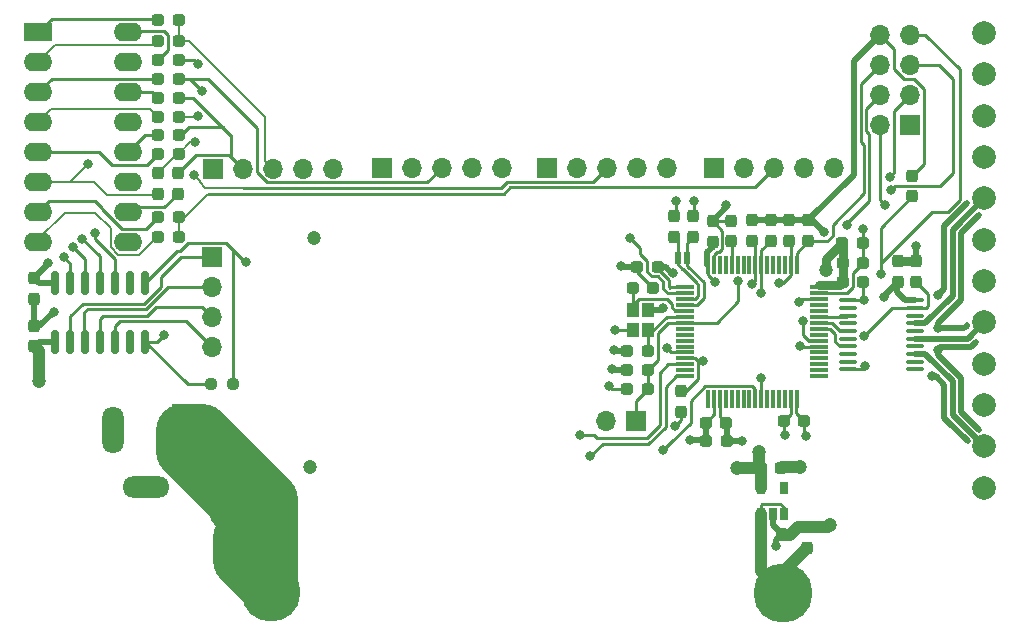
<source format=gtl>
%TF.GenerationSoftware,KiCad,Pcbnew,(6.0.10-0)*%
%TF.CreationDate,2023-01-26T22:23:51-06:00*%
%TF.ProjectId,spudglo_driver_v4p1,73707564-676c-46f5-9f64-72697665725f,rev?*%
%TF.SameCoordinates,Original*%
%TF.FileFunction,Copper,L1,Top*%
%TF.FilePolarity,Positive*%
%FSLAX46Y46*%
G04 Gerber Fmt 4.6, Leading zero omitted, Abs format (unit mm)*
G04 Created by KiCad (PCBNEW (6.0.10-0)) date 2023-01-26 22:23:51*
%MOMM*%
%LPD*%
G01*
G04 APERTURE LIST*
G04 Aperture macros list*
%AMRoundRect*
0 Rectangle with rounded corners*
0 $1 Rounding radius*
0 $2 $3 $4 $5 $6 $7 $8 $9 X,Y pos of 4 corners*
0 Add a 4 corners polygon primitive as box body*
4,1,4,$2,$3,$4,$5,$6,$7,$8,$9,$2,$3,0*
0 Add four circle primitives for the rounded corners*
1,1,$1+$1,$2,$3*
1,1,$1+$1,$4,$5*
1,1,$1+$1,$6,$7*
1,1,$1+$1,$8,$9*
0 Add four rect primitives between the rounded corners*
20,1,$1+$1,$2,$3,$4,$5,0*
20,1,$1+$1,$4,$5,$6,$7,0*
20,1,$1+$1,$6,$7,$8,$9,0*
20,1,$1+$1,$8,$9,$2,$3,0*%
G04 Aperture macros list end*
%TA.AperFunction,SMDPad,CuDef*%
%ADD10RoundRect,0.237500X0.250000X0.237500X-0.250000X0.237500X-0.250000X-0.237500X0.250000X-0.237500X0*%
%TD*%
%TA.AperFunction,SMDPad,CuDef*%
%ADD11RoundRect,0.237500X0.287500X0.237500X-0.287500X0.237500X-0.287500X-0.237500X0.287500X-0.237500X0*%
%TD*%
%TA.AperFunction,SMDPad,CuDef*%
%ADD12RoundRect,0.237500X-0.237500X0.287500X-0.237500X-0.287500X0.237500X-0.287500X0.237500X0.287500X0*%
%TD*%
%TA.AperFunction,ComponentPad*%
%ADD13R,2.400000X1.600000*%
%TD*%
%TA.AperFunction,ComponentPad*%
%ADD14O,2.400000X1.600000*%
%TD*%
%TA.AperFunction,SMDPad,CuDef*%
%ADD15RoundRect,0.150000X0.150000X-0.825000X0.150000X0.825000X-0.150000X0.825000X-0.150000X-0.825000X0*%
%TD*%
%TA.AperFunction,ComponentPad*%
%ADD16R,1.700000X1.700000*%
%TD*%
%TA.AperFunction,ComponentPad*%
%ADD17O,1.700000X1.700000*%
%TD*%
%TA.AperFunction,SMDPad,CuDef*%
%ADD18RoundRect,0.075000X-0.700000X-0.075000X0.700000X-0.075000X0.700000X0.075000X-0.700000X0.075000X0*%
%TD*%
%TA.AperFunction,SMDPad,CuDef*%
%ADD19RoundRect,0.075000X-0.075000X-0.700000X0.075000X-0.700000X0.075000X0.700000X-0.075000X0.700000X0*%
%TD*%
%TA.AperFunction,SMDPad,CuDef*%
%ADD20RoundRect,0.237500X-0.287500X-0.237500X0.287500X-0.237500X0.287500X0.237500X-0.287500X0.237500X0*%
%TD*%
%TA.AperFunction,SMDPad,CuDef*%
%ADD21RoundRect,0.237500X0.237500X-0.287500X0.237500X0.287500X-0.237500X0.287500X-0.237500X-0.287500X0*%
%TD*%
%TA.AperFunction,SMDPad,CuDef*%
%ADD22RoundRect,0.100000X-0.637500X-0.100000X0.637500X-0.100000X0.637500X0.100000X-0.637500X0.100000X0*%
%TD*%
%TA.AperFunction,SMDPad,CuDef*%
%ADD23R,0.575000X1.140000*%
%TD*%
%TA.AperFunction,SMDPad,CuDef*%
%ADD24R,1.000000X1.200000*%
%TD*%
%TA.AperFunction,SMDPad,CuDef*%
%ADD25R,0.650000X1.060000*%
%TD*%
%TA.AperFunction,ComponentPad*%
%ADD26R,1.800000X4.400000*%
%TD*%
%TA.AperFunction,ComponentPad*%
%ADD27O,1.800000X4.000000*%
%TD*%
%TA.AperFunction,ComponentPad*%
%ADD28O,4.000000X1.800000*%
%TD*%
%TA.AperFunction,ComponentPad*%
%ADD29C,5.000000*%
%TD*%
%TA.AperFunction,ComponentPad*%
%ADD30C,2.000000*%
%TD*%
%TA.AperFunction,SMDPad,CuDef*%
%ADD31RoundRect,0.237500X0.237500X-0.300000X0.237500X0.300000X-0.237500X0.300000X-0.237500X-0.300000X0*%
%TD*%
%TA.AperFunction,ViaPad*%
%ADD32C,0.800000*%
%TD*%
%TA.AperFunction,ViaPad*%
%ADD33C,1.200000*%
%TD*%
%TA.AperFunction,Conductor*%
%ADD34C,0.250000*%
%TD*%
%TA.AperFunction,Conductor*%
%ADD35C,1.000000*%
%TD*%
%TA.AperFunction,Conductor*%
%ADD36C,0.500000*%
%TD*%
%TA.AperFunction,Conductor*%
%ADD37C,0.750000*%
%TD*%
%TA.AperFunction,Conductor*%
%ADD38C,0.200000*%
%TD*%
%TA.AperFunction,Conductor*%
%ADD39C,4.500000*%
%TD*%
G04 APERTURE END LIST*
D10*
X140402500Y-113650000D03*
X138577500Y-113650000D03*
D11*
X135828000Y-89433000D03*
X134078000Y-89433000D03*
X135838000Y-92583000D03*
X134088000Y-92583000D03*
D12*
X134050000Y-95800000D03*
X134050000Y-97550000D03*
D13*
X123952000Y-83820000D03*
D14*
X123952000Y-86360000D03*
X123952000Y-88900000D03*
X123952000Y-91440000D03*
X123952000Y-93980000D03*
X123952000Y-96520000D03*
X123952000Y-99060000D03*
X123952000Y-101600000D03*
X131572000Y-101600000D03*
X131572000Y-99060000D03*
X131572000Y-96520000D03*
X131572000Y-93980000D03*
X131572000Y-91440000D03*
X131572000Y-88900000D03*
X131572000Y-86360000D03*
X131572000Y-83820000D03*
D15*
X125349000Y-110044000D03*
X126619000Y-110044000D03*
X127889000Y-110044000D03*
X129159000Y-110044000D03*
X130429000Y-110044000D03*
X131699000Y-110044000D03*
X132969000Y-110044000D03*
X132969000Y-105094000D03*
X131699000Y-105094000D03*
X130429000Y-105094000D03*
X129159000Y-105094000D03*
X127889000Y-105094000D03*
X126619000Y-105094000D03*
X125349000Y-105094000D03*
D12*
X185940000Y-99795000D03*
X185940000Y-101545000D03*
X197940000Y-95995000D03*
X197940000Y-97745000D03*
D16*
X197745400Y-91695400D03*
D17*
X195205400Y-91695400D03*
X197745400Y-89155400D03*
X195205400Y-89155400D03*
X197745400Y-86615400D03*
X195205400Y-86615400D03*
X197745400Y-84075400D03*
X195205400Y-84075400D03*
D18*
X178727500Y-105470000D03*
X178727500Y-105970000D03*
X178727500Y-106470000D03*
X178727500Y-106970000D03*
X178727500Y-107470000D03*
X178727500Y-107970000D03*
X178727500Y-108470000D03*
X178727500Y-108970000D03*
X178727500Y-109470000D03*
X178727500Y-109970000D03*
X178727500Y-110470000D03*
X178727500Y-110970000D03*
X178727500Y-111470000D03*
X178727500Y-111970000D03*
X178727500Y-112470000D03*
X178727500Y-112970000D03*
D19*
X180652500Y-114895000D03*
X181152500Y-114895000D03*
X181652500Y-114895000D03*
X182152500Y-114895000D03*
X182652500Y-114895000D03*
X183152500Y-114895000D03*
X183652500Y-114895000D03*
X184152500Y-114895000D03*
X184652500Y-114895000D03*
X185152500Y-114895000D03*
X185652500Y-114895000D03*
X186152500Y-114895000D03*
X186652500Y-114895000D03*
X187152500Y-114895000D03*
X187652500Y-114895000D03*
X188152500Y-114895000D03*
D18*
X190077500Y-112970000D03*
X190077500Y-112470000D03*
X190077500Y-111970000D03*
X190077500Y-111470000D03*
X190077500Y-110970000D03*
X190077500Y-110470000D03*
X190077500Y-109970000D03*
X190077500Y-109470000D03*
X190077500Y-108970000D03*
X190077500Y-108470000D03*
X190077500Y-107970000D03*
X190077500Y-107470000D03*
X190077500Y-106970000D03*
X190077500Y-106470000D03*
X190077500Y-105970000D03*
X190077500Y-105470000D03*
D19*
X188152500Y-103545000D03*
X187652500Y-103545000D03*
X187152500Y-103545000D03*
X186652500Y-103545000D03*
X186152500Y-103545000D03*
X185652500Y-103545000D03*
X185152500Y-103545000D03*
X184652500Y-103545000D03*
X184152500Y-103545000D03*
X183652500Y-103545000D03*
X183152500Y-103545000D03*
X182652500Y-103545000D03*
X182152500Y-103545000D03*
X181652500Y-103545000D03*
X181152500Y-103545000D03*
X180652500Y-103545000D03*
D16*
X174570000Y-116780000D03*
D17*
X172030000Y-116780000D03*
D12*
X184370000Y-99785000D03*
X184370000Y-101535000D03*
D11*
X135823000Y-91003000D03*
X134073000Y-91003000D03*
D20*
X173809999Y-114050000D03*
X175559999Y-114050000D03*
D21*
X182620000Y-101575000D03*
X182620000Y-99825000D03*
D20*
X134088000Y-94143000D03*
X135838000Y-94143000D03*
D11*
X175560000Y-110830000D03*
X173810000Y-110830000D03*
D20*
X174260000Y-105490000D03*
X176010000Y-105490000D03*
X192052000Y-103378000D03*
X193802000Y-103378000D03*
D22*
X192463500Y-106549000D03*
X192463500Y-107199000D03*
X192463500Y-107849000D03*
X192463500Y-108499000D03*
X192463500Y-109149000D03*
X192463500Y-109799000D03*
X192463500Y-110449000D03*
X192463500Y-111099000D03*
X192463500Y-111749000D03*
X192463500Y-112399000D03*
X198188500Y-112399000D03*
X198188500Y-111749000D03*
X198188500Y-111099000D03*
X198188500Y-110449000D03*
X198188500Y-109799000D03*
X198188500Y-109149000D03*
X198188500Y-108499000D03*
X198188500Y-107849000D03*
X198188500Y-107199000D03*
X198188500Y-106549000D03*
D23*
X178076385Y-102989690D03*
X178901385Y-102989690D03*
D24*
X174280000Y-109090000D03*
X174280000Y-107390000D03*
X175580000Y-107390000D03*
X175580000Y-109090000D03*
D20*
X192038000Y-105029000D03*
X193788000Y-105029000D03*
D21*
X198247000Y-105001000D03*
X198247000Y-103251000D03*
D12*
X123571000Y-104662000D03*
X123571000Y-106412000D03*
D25*
X185160000Y-124620000D03*
X186110000Y-124620000D03*
X187060000Y-124620000D03*
X187060000Y-122420000D03*
X185160000Y-122420000D03*
D12*
X187520000Y-99795000D03*
X187520000Y-101545000D03*
X178360000Y-114265000D03*
X178360000Y-116015000D03*
X189140000Y-99775000D03*
X189140000Y-101525000D03*
D20*
X134093000Y-87833000D03*
X135843000Y-87833000D03*
D21*
X181020000Y-101600000D03*
X181020000Y-99850000D03*
D11*
X175545000Y-112460000D03*
X173795000Y-112460000D03*
D21*
X196723000Y-105001000D03*
X196723000Y-103251000D03*
X177770015Y-101193639D03*
X177770015Y-99443639D03*
D16*
X138640000Y-102870000D03*
D17*
X138640000Y-105410000D03*
X138640000Y-107950000D03*
X138640000Y-110490000D03*
D21*
X179396360Y-101193639D03*
X179396360Y-99443639D03*
D20*
X185100000Y-120750000D03*
X186850000Y-120750000D03*
D11*
X182205000Y-116920000D03*
X180455000Y-116920000D03*
D20*
X185125000Y-126370000D03*
X186875000Y-126370000D03*
D11*
X176410000Y-103730000D03*
X174660000Y-103730000D03*
X188790000Y-116780000D03*
X187040000Y-116780000D03*
X182220000Y-118490000D03*
X180470000Y-118490000D03*
D20*
X192024000Y-101727000D03*
X193774000Y-101727000D03*
D21*
X189050000Y-127490000D03*
X189050000Y-125740000D03*
D26*
X136065000Y-117570000D03*
D27*
X130265000Y-117570000D03*
D28*
X133065000Y-122370000D03*
D11*
X135846000Y-84582000D03*
X134096000Y-84582000D03*
X135815000Y-101180000D03*
X134065000Y-101180000D03*
D20*
X134100000Y-82840000D03*
X135850000Y-82840000D03*
X134090000Y-99480000D03*
X135840000Y-99480000D03*
D11*
X135818000Y-86233000D03*
X134068000Y-86233000D03*
D12*
X135740000Y-95775000D03*
X135740000Y-97525000D03*
D16*
X181140706Y-95340182D03*
D17*
X183680706Y-95340182D03*
X186220706Y-95340182D03*
X188760706Y-95340182D03*
X191300706Y-95340182D03*
D16*
X138742448Y-95402303D03*
D17*
X141282448Y-95402303D03*
X143822448Y-95402303D03*
X146362448Y-95402303D03*
X148902448Y-95402303D03*
D16*
X153001137Y-95377384D03*
D17*
X155541137Y-95377384D03*
X158081137Y-95377384D03*
X160621137Y-95377384D03*
X163161137Y-95377384D03*
D16*
X166997713Y-95354302D03*
D17*
X169537713Y-95354302D03*
X172077713Y-95354302D03*
X174617713Y-95354302D03*
X177157713Y-95354302D03*
D29*
X143610000Y-131240000D03*
X186974000Y-131358000D03*
D30*
X204010000Y-122410000D03*
X204010000Y-118910000D03*
X204010000Y-115410000D03*
X204010000Y-111910000D03*
X204010000Y-108410000D03*
X204010000Y-104910000D03*
X204010000Y-101410000D03*
X204010000Y-97910000D03*
X204010000Y-94410000D03*
X204010000Y-90910000D03*
X204010000Y-87410000D03*
X204010000Y-83910000D03*
D31*
X123571000Y-110463500D03*
X123571000Y-108738500D03*
D32*
X185160000Y-113170000D03*
X141500000Y-103300000D03*
X172800000Y-109090000D03*
X176840000Y-107170000D03*
X172480000Y-112330000D03*
X179460000Y-98174292D03*
X173310000Y-103630000D03*
X179140000Y-118420000D03*
X193790000Y-100500000D03*
X186430000Y-127380000D03*
X200100000Y-108940000D03*
X177170000Y-110600000D03*
X198240000Y-101960000D03*
X125230000Y-107510000D03*
X200110000Y-110780000D03*
X200130000Y-106090000D03*
X193960000Y-112090000D03*
X177830000Y-117210000D03*
X187130000Y-117930000D03*
D33*
X190970000Y-125540000D03*
D32*
X134580000Y-109470000D03*
X199580000Y-112940000D03*
D33*
X188400000Y-120700000D03*
D32*
X182190000Y-98460000D03*
X177960934Y-98188435D03*
X172640000Y-110770000D03*
D33*
X184960000Y-119370000D03*
X190660000Y-104020000D03*
X183090000Y-120740000D03*
X147250000Y-101270000D03*
D32*
X180210685Y-111729315D03*
X181265000Y-105005000D03*
X188930000Y-118020000D03*
X177660000Y-104210000D03*
D33*
X146900000Y-120670000D03*
X123970000Y-113390000D03*
D32*
X183550000Y-118450000D03*
X172280000Y-113780000D03*
X190460000Y-100770000D03*
X124770000Y-103420000D03*
X195550000Y-106250000D03*
X137450000Y-86530000D03*
X195660000Y-98500000D03*
X183210000Y-104930000D03*
X188370000Y-106680000D03*
X195290000Y-104310000D03*
X186620000Y-105060000D03*
X196170000Y-97220000D03*
X193810000Y-109600000D03*
X188465000Y-110445000D03*
X188680000Y-108270000D03*
X193860000Y-106510000D03*
X184360000Y-105170000D03*
X196009809Y-96093372D03*
X185140000Y-105950000D03*
X192420000Y-100170000D03*
X137770000Y-88850000D03*
X137500000Y-90990000D03*
X137235000Y-93185000D03*
X137130000Y-95960000D03*
X126100000Y-102920000D03*
X126890000Y-102070000D03*
X128150000Y-95030000D03*
X127655000Y-101335000D03*
X128760000Y-100820000D03*
X176826802Y-119193198D03*
X170660000Y-119720000D03*
X169770000Y-117930000D03*
X174040000Y-101270000D03*
D34*
X185152500Y-114895000D02*
X185152500Y-113177500D01*
X185152500Y-113177500D02*
X185160000Y-113170000D01*
X141420000Y-103300000D02*
X141500000Y-103300000D01*
X140402500Y-102282500D02*
X141420000Y-103300000D01*
X139815000Y-101695000D02*
X136620495Y-101695000D01*
X140402500Y-102282500D02*
X139815000Y-101695000D01*
X140402500Y-113650000D02*
X140402500Y-102282500D01*
X136620495Y-101695000D02*
X135895495Y-102420000D01*
X135643000Y-102420000D02*
X132969000Y-105094000D01*
X135895495Y-102420000D02*
X135643000Y-102420000D01*
X138577500Y-113650000D02*
X136575000Y-113650000D01*
X136575000Y-113650000D02*
X132969000Y-110044000D01*
D35*
X190770000Y-125740000D02*
X190970000Y-125540000D01*
D36*
X202310000Y-108940000D02*
X202560000Y-108690000D01*
X174660000Y-103730000D02*
X173410000Y-103730000D01*
X201271384Y-107271383D02*
X202040000Y-106502767D01*
X179140000Y-118420000D02*
X180400000Y-118420000D01*
D34*
X193651000Y-112399000D02*
X193960000Y-112090000D01*
D36*
X180400000Y-118420000D02*
X180470000Y-118490000D01*
X200130000Y-106090000D02*
X200640000Y-105580000D01*
X202139975Y-100769975D02*
X203549950Y-99360000D01*
X182190000Y-98680000D02*
X181020000Y-99850000D01*
X186110000Y-125605000D02*
X186875000Y-126370000D01*
D34*
X181152500Y-114895000D02*
X181152500Y-116222500D01*
D36*
X173795000Y-112460000D02*
X172610000Y-112460000D01*
X200640000Y-105580000D02*
X200640000Y-104690000D01*
X200660000Y-113695133D02*
X199904867Y-112940000D01*
D34*
X187040000Y-116780000D02*
X187652500Y-116167500D01*
D36*
X200100000Y-108940000D02*
X202310000Y-108940000D01*
D34*
X174660000Y-104140000D02*
X174660000Y-103730000D01*
D36*
X200110000Y-110650000D02*
X200261000Y-110499000D01*
D34*
X178727500Y-110970000D02*
X177540000Y-110970000D01*
X179460000Y-99380000D02*
X179460000Y-98174292D01*
D36*
X180470000Y-116935000D02*
X180455000Y-116920000D01*
D34*
X192417495Y-105970000D02*
X192938000Y-105449495D01*
D35*
X189050000Y-125740000D02*
X188300000Y-125740000D01*
D36*
X202060000Y-115970050D02*
X203589975Y-117500025D01*
D34*
X181045000Y-99825000D02*
X181020000Y-99850000D01*
X181554999Y-102445000D02*
X181820000Y-102179999D01*
X134006000Y-110044000D02*
X134580000Y-109470000D01*
D36*
X186430000Y-126815000D02*
X186430000Y-127380000D01*
D37*
X198247000Y-103251000D02*
X196723000Y-103251000D01*
D36*
X199904867Y-112940000D02*
X199580000Y-112940000D01*
X186110000Y-124620000D02*
X186110000Y-125605000D01*
X202040000Y-100869950D02*
X202139975Y-100769975D01*
X200902484Y-116792434D02*
X202610025Y-118499975D01*
D34*
X190077500Y-105970000D02*
X192417495Y-105970000D01*
X179396360Y-99443640D02*
X179460000Y-99380000D01*
X181152500Y-102704315D02*
X181411815Y-102445000D01*
X177960934Y-99252721D02*
X177960934Y-98188435D01*
D36*
X200110000Y-111165233D02*
X201742384Y-112797617D01*
X200261000Y-110499000D02*
X202080000Y-110499000D01*
X200110000Y-110780000D02*
X200110000Y-111165233D01*
D34*
X181152500Y-116222500D02*
X180455000Y-116920000D01*
D36*
X202060000Y-113115234D02*
X202060000Y-115240000D01*
D34*
X187040000Y-117840000D02*
X187090000Y-117890000D01*
X193774000Y-101727000D02*
X193774000Y-100516000D01*
D36*
X202040000Y-105922867D02*
X202040000Y-100869950D01*
X200110000Y-110780000D02*
X200110000Y-110650000D01*
X200640000Y-100290050D02*
X202575025Y-98355025D01*
D34*
X182620000Y-99825000D02*
X181045000Y-99825000D01*
X174280000Y-109090000D02*
X172800000Y-109090000D01*
X178360000Y-116680000D02*
X177830000Y-117210000D01*
X177540000Y-110970000D02*
X177170000Y-110600000D01*
D36*
X186875000Y-126370000D02*
X186430000Y-126815000D01*
D34*
X181820000Y-102179999D02*
X181820000Y-100650000D01*
X177770015Y-99443640D02*
X177960934Y-99252721D01*
X193802000Y-101755000D02*
X193774000Y-101727000D01*
D36*
X175580000Y-107390000D02*
X176620000Y-107390000D01*
X180470000Y-118490000D02*
X180470000Y-116935000D01*
D34*
X193802000Y-103378000D02*
X193802000Y-101755000D01*
D36*
X173810000Y-110830000D02*
X172700000Y-110830000D01*
D34*
X178360000Y-116015000D02*
X178360000Y-116680000D01*
X187040000Y-116780000D02*
X187040000Y-117840000D01*
X192463500Y-112399000D02*
X193651000Y-112399000D01*
D36*
X176620000Y-107390000D02*
X176840000Y-107170000D01*
X123571000Y-108738500D02*
X124001500Y-108738500D01*
D35*
X186850000Y-120750000D02*
X186900000Y-120700000D01*
D36*
X202080000Y-110499000D02*
X202910949Y-110499000D01*
X172700000Y-110830000D02*
X172640000Y-110770000D01*
X198247000Y-101967000D02*
X198240000Y-101960000D01*
D34*
X181411815Y-102445000D02*
X181554999Y-102445000D01*
D36*
X202610025Y-118499975D02*
X200660000Y-116549949D01*
X200100000Y-108940000D02*
X200100000Y-108442767D01*
X200100000Y-108442767D02*
X201271384Y-107271383D01*
D34*
X132969000Y-110044000D02*
X134006000Y-110044000D01*
D36*
X172610000Y-112460000D02*
X172480000Y-112330000D01*
D34*
X181820000Y-100650000D02*
X181020000Y-99850000D01*
X192938000Y-104242000D02*
X193802000Y-103378000D01*
D36*
X200640000Y-104690000D02*
X200640000Y-100290050D01*
D34*
X176010000Y-105490000D02*
X174660000Y-104140000D01*
D36*
X201742384Y-112797617D02*
X202060000Y-113115234D01*
D35*
X186900000Y-120700000D02*
X188400000Y-120700000D01*
D34*
X193774000Y-100516000D02*
X193790000Y-100500000D01*
D36*
X200660000Y-116549949D02*
X200660000Y-113695133D01*
X198247000Y-103251000D02*
X198247000Y-101967000D01*
X203549950Y-99360000D02*
X203620000Y-99360000D01*
X202060000Y-115240000D02*
X202060000Y-115970050D01*
X202910949Y-110499000D02*
X203321000Y-110088949D01*
D34*
X181152500Y-103545000D02*
X181152500Y-102704315D01*
D35*
X186945000Y-126440000D02*
X186875000Y-126370000D01*
X187600000Y-126440000D02*
X186945000Y-126440000D01*
D36*
X123571000Y-108738500D02*
X123571000Y-106412000D01*
X182190000Y-98460000D02*
X182190000Y-98680000D01*
D34*
X187652500Y-116167500D02*
X187652500Y-114895000D01*
D36*
X202560000Y-108690000D02*
X202560000Y-108650000D01*
X202040000Y-106502767D02*
X202040000Y-105922867D01*
D35*
X188300000Y-125740000D02*
X187600000Y-126440000D01*
D34*
X187090000Y-117890000D02*
X187130000Y-117930000D01*
D35*
X189050000Y-125740000D02*
X190770000Y-125740000D01*
D36*
X124001500Y-108738500D02*
X125230000Y-107510000D01*
D34*
X192938000Y-105449495D02*
X192938000Y-104242000D01*
D36*
X173410000Y-103730000D02*
X173310000Y-103630000D01*
D34*
X178858959Y-101731040D02*
X179396360Y-101193638D01*
X178727500Y-106970000D02*
X179704581Y-106970000D01*
X179704581Y-106970000D02*
X180277500Y-106397081D01*
X178901386Y-102989690D02*
X178901386Y-101872461D01*
X178901385Y-103661385D02*
X178901385Y-102989690D01*
X178858959Y-101830034D02*
X178858959Y-101731040D01*
X178901386Y-101872461D02*
X178858959Y-101830034D01*
X180277500Y-105037500D02*
X178901385Y-103661385D01*
X180277500Y-106397081D02*
X180277500Y-105037500D01*
X178076385Y-103501075D02*
X178076385Y-102989690D01*
X177770015Y-101193638D02*
X178076384Y-101500008D01*
X179827500Y-106210685D02*
X179827500Y-105229315D01*
X178076384Y-101500008D02*
X178076384Y-102989690D01*
X179827500Y-105229315D02*
X179593185Y-104995000D01*
X178727500Y-106470000D02*
X179568185Y-106470000D01*
X179568185Y-106470000D02*
X179827500Y-106210685D01*
X179593185Y-104995000D02*
X179593185Y-104989581D01*
X178488294Y-103884690D02*
X178460000Y-103884690D01*
X178460000Y-103884690D02*
X178076385Y-103501075D01*
X179593185Y-104989581D02*
X178488294Y-103884690D01*
D35*
X185100000Y-120750000D02*
X183100000Y-120750000D01*
D37*
X192052000Y-103378000D02*
X192052000Y-101755000D01*
X191822000Y-105245000D02*
X190077500Y-105245000D01*
D34*
X180652500Y-104392500D02*
X181265000Y-105005000D01*
X197940000Y-95995000D02*
X198920400Y-95014600D01*
D36*
X180552500Y-103445000D02*
X180552500Y-103545000D01*
X123990500Y-110044000D02*
X123571000Y-110463500D01*
X177050000Y-103730000D02*
X176410000Y-103730000D01*
D34*
X188127500Y-116117500D02*
X188127500Y-115120000D01*
D36*
X182220000Y-116935000D02*
X182205000Y-116920000D01*
D34*
X197258699Y-87790400D02*
X196400000Y-86931701D01*
X198920400Y-88668699D02*
X198042101Y-87790400D01*
D35*
X183100000Y-120750000D02*
X183090000Y-120740000D01*
D34*
X172295000Y-113795000D02*
X172280000Y-113780000D01*
D36*
X184370000Y-99785000D02*
X185930000Y-99785000D01*
X193000000Y-86280800D02*
X195205400Y-84075400D01*
D34*
X181652500Y-114895000D02*
X181652500Y-116367500D01*
D36*
X187540000Y-99775000D02*
X187520000Y-99795000D01*
D37*
X192038000Y-105029000D02*
X192038000Y-103392000D01*
D36*
X125349000Y-110044000D02*
X123990500Y-110044000D01*
D34*
X178727500Y-105470000D02*
X177460000Y-105470000D01*
X179827500Y-111729315D02*
X179568185Y-111470000D01*
D35*
X123970000Y-113390000D02*
X123970000Y-110862500D01*
D36*
X189140000Y-99775000D02*
X187540000Y-99775000D01*
D34*
X180652500Y-103545000D02*
X180652500Y-104392500D01*
X181652500Y-116367500D02*
X182205000Y-116920000D01*
D36*
X187520000Y-99795000D02*
X185940000Y-99795000D01*
X177530000Y-104210000D02*
X177050000Y-103730000D01*
D37*
X192038000Y-105029000D02*
X191822000Y-105245000D01*
D34*
X178360000Y-114265000D02*
X178773185Y-114265000D01*
X177430000Y-105500000D02*
X177330000Y-105400000D01*
D36*
X177660000Y-104210000D02*
X177530000Y-104210000D01*
D34*
X132969000Y-105094000D02*
X132969000Y-105470751D01*
X177330000Y-104853109D02*
X176410000Y-103933109D01*
X198920400Y-95014600D02*
X198920400Y-88668699D01*
D36*
X181020000Y-102023642D02*
X180577500Y-102466142D01*
D34*
X176410000Y-103933109D02*
X176410000Y-103730000D01*
D35*
X184960000Y-120610000D02*
X184960000Y-119370000D01*
D36*
X189465000Y-99775000D02*
X190460000Y-100770000D01*
D35*
X185160000Y-120810000D02*
X185100000Y-120750000D01*
D36*
X183550000Y-118450000D02*
X182260000Y-118450000D01*
D37*
X192038000Y-103392000D02*
X192052000Y-103378000D01*
D35*
X123970000Y-110862500D02*
X123571000Y-110463500D01*
D34*
X196400000Y-85270000D02*
X195205400Y-84075400D01*
X198042101Y-87790400D02*
X197258699Y-87790400D01*
X172550000Y-114050000D02*
X172295000Y-113795000D01*
X179827500Y-113210685D02*
X179827500Y-111729315D01*
X177460000Y-105470000D02*
X177430000Y-105500000D01*
X179568185Y-111470000D02*
X178727500Y-111470000D01*
D35*
X185160000Y-122420000D02*
X185160000Y-120810000D01*
D34*
X188790000Y-116780000D02*
X188790000Y-117880000D01*
D36*
X193000000Y-95915000D02*
X193000000Y-86280800D01*
X189140000Y-99775000D02*
X193000000Y-95915000D01*
X182220000Y-118490000D02*
X182220000Y-116935000D01*
D37*
X192052000Y-101755000D02*
X192024000Y-101727000D01*
D34*
X177330000Y-105400000D02*
X177330000Y-104853109D01*
X178773185Y-114265000D02*
X179827500Y-113210685D01*
X188790000Y-116780000D02*
X188127500Y-116117500D01*
X173809999Y-114050000D02*
X172550000Y-114050000D01*
D37*
X190660000Y-104020000D02*
X190660000Y-103091000D01*
D34*
X196400000Y-86931701D02*
X196400000Y-85270000D01*
D36*
X181020000Y-101600000D02*
X181020000Y-102023642D01*
D34*
X179827500Y-111729315D02*
X180210685Y-111729315D01*
X188790000Y-117880000D02*
X188930000Y-118020000D01*
D36*
X182260000Y-118450000D02*
X182220000Y-118490000D01*
X185930000Y-99785000D02*
X185940000Y-99795000D01*
D37*
X190660000Y-103091000D02*
X192024000Y-101727000D01*
D35*
X185100000Y-120750000D02*
X184960000Y-120610000D01*
D36*
X189140000Y-99775000D02*
X189465000Y-99775000D01*
X180552500Y-102627538D02*
X180552500Y-103445000D01*
D34*
X137073000Y-89433000D02*
X135828000Y-89433000D01*
X139550000Y-91910000D02*
X140290000Y-92650000D01*
D36*
X196600000Y-105124000D02*
X196723000Y-105001000D01*
D34*
X137287697Y-94227303D02*
X135740000Y-95775000D01*
X135838000Y-92583000D02*
X136007000Y-92583000D01*
D35*
X185125000Y-126370000D02*
X185125000Y-129509000D01*
D34*
X137153000Y-86233000D02*
X137450000Y-86530000D01*
D36*
X197339000Y-106549000D02*
X196600000Y-105810000D01*
D35*
X185125000Y-126370000D02*
X185085000Y-126330000D01*
D34*
X187060000Y-124620000D02*
X187060000Y-124065000D01*
X186760000Y-123765000D02*
X185235000Y-123765000D01*
X135818000Y-86233000D02*
X137153000Y-86233000D01*
D36*
X124770000Y-103463000D02*
X123571000Y-104662000D01*
D35*
X185125000Y-129509000D02*
X186974000Y-131358000D01*
D34*
X140290000Y-94409855D02*
X140290000Y-92650000D01*
D36*
X125349000Y-105094000D02*
X124003000Y-105094000D01*
X198188500Y-106549000D02*
X197339000Y-106549000D01*
D34*
X185085000Y-123915000D02*
X185085000Y-124620000D01*
X141282448Y-95402303D02*
X140290000Y-94409855D01*
X141282448Y-95402303D02*
X140107448Y-94227303D01*
X136680000Y-91910000D02*
X139550000Y-91910000D01*
X136007000Y-92583000D02*
X136680000Y-91910000D01*
D36*
X124770000Y-103420000D02*
X124770000Y-103463000D01*
D34*
X187060000Y-124065000D02*
X186760000Y-123765000D01*
D36*
X124003000Y-105094000D02*
X123571000Y-104662000D01*
X196723000Y-105001000D02*
X195550000Y-106174000D01*
X195550000Y-106174000D02*
X195550000Y-106250000D01*
D35*
X185085000Y-126330000D02*
X185085000Y-124620000D01*
D34*
X185235000Y-123765000D02*
X185085000Y-123915000D01*
X140290000Y-92650000D02*
X137073000Y-89433000D01*
D36*
X196600000Y-105810000D02*
X196600000Y-105124000D01*
D35*
X186974000Y-129566000D02*
X189050000Y-127490000D01*
X186974000Y-131358000D02*
X186974000Y-129566000D01*
D34*
X140107448Y-94227303D02*
X137287697Y-94227303D01*
X182652500Y-103545000D02*
X182652500Y-101607500D01*
X182652500Y-101607500D02*
X182620000Y-101575000D01*
X175559999Y-114050000D02*
X175559999Y-112474999D01*
X174570000Y-115039999D02*
X175559999Y-114050000D01*
X175559999Y-112474999D02*
X175545000Y-112460000D01*
X195660000Y-98500000D02*
X195205400Y-98045400D01*
X181380000Y-108470000D02*
X183210000Y-106640000D01*
X195205400Y-98045400D02*
X195205400Y-91695400D01*
X183210000Y-106640000D02*
X183210000Y-104930000D01*
X176410000Y-109326396D02*
X176410000Y-111595000D01*
X174570000Y-116780000D02*
X174570000Y-115039999D01*
X176410000Y-111595000D02*
X175545000Y-112460000D01*
X177266396Y-108470000D02*
X176410000Y-109326396D01*
X178727500Y-108470000D02*
X181380000Y-108470000D01*
X178727500Y-108470000D02*
X177266396Y-108470000D01*
X195290000Y-103363505D02*
X195290000Y-104310000D01*
X195290000Y-100395000D02*
X197940000Y-97745000D01*
X195290000Y-103363505D02*
X195290000Y-100395000D01*
X197745400Y-84075400D02*
X199045400Y-84075400D01*
X200940000Y-99090000D02*
X199563505Y-99090000D01*
X201970000Y-87000000D02*
X201970000Y-98060000D01*
X201970000Y-98060000D02*
X200940000Y-99090000D01*
X188580000Y-106470000D02*
X188370000Y-106680000D01*
X199045400Y-84075400D02*
X201970000Y-87000000D01*
X199563505Y-99090000D02*
X195290000Y-103363505D01*
X190077500Y-106470000D02*
X188580000Y-106470000D01*
X193580400Y-93142202D02*
X193580400Y-88240400D01*
X193580400Y-88240400D02*
X195205400Y-86615400D01*
X191185000Y-100145000D02*
X193848198Y-97481802D01*
X188152500Y-102512500D02*
X189140000Y-101525000D01*
X193848198Y-93410000D02*
X193580400Y-93142202D01*
X188152500Y-103545000D02*
X188152500Y-102512500D01*
X193848198Y-97481802D02*
X193848198Y-93410000D01*
X191185000Y-101070305D02*
X191185000Y-100145000D01*
X190730305Y-101525000D02*
X191185000Y-101070305D01*
X189140000Y-101525000D02*
X190730305Y-101525000D01*
X201420000Y-95740000D02*
X201420000Y-87840000D01*
X200195400Y-86615400D02*
X197745400Y-86615400D01*
X200265000Y-96895000D02*
X201420000Y-95740000D01*
X196170000Y-97220000D02*
X196495000Y-96895000D01*
X196495000Y-96895000D02*
X200265000Y-96895000D01*
X187652500Y-104385685D02*
X186978185Y-105060000D01*
X201420000Y-87840000D02*
X200195400Y-86615400D01*
X187652500Y-103545000D02*
X187652500Y-101677500D01*
X187652500Y-103545000D02*
X187652500Y-104385685D01*
X186978185Y-105060000D02*
X186620000Y-105060000D01*
X187652500Y-101677500D02*
X187520000Y-101545000D01*
X199251000Y-106005000D02*
X199251000Y-107075041D01*
X196211000Y-107199000D02*
X193810000Y-109600000D01*
X190077500Y-110470000D02*
X188700000Y-110470000D01*
X199127041Y-107199000D02*
X198188500Y-107199000D01*
X188700000Y-110470000D02*
X188490000Y-110470000D01*
X198188500Y-107199000D02*
X196211000Y-107199000D01*
X198247000Y-105001000D02*
X199251000Y-106005000D01*
X199251000Y-107075041D02*
X199127041Y-107199000D01*
X188490000Y-110470000D02*
X188465000Y-110445000D01*
X193788000Y-105029000D02*
X193788000Y-106438000D01*
X193821000Y-106549000D02*
X193860000Y-106510000D01*
X189186815Y-109970000D02*
X190077500Y-109970000D01*
X192463500Y-106549000D02*
X193821000Y-106549000D01*
X188680000Y-109463185D02*
X189186815Y-109970000D01*
X193788000Y-106438000D02*
X193860000Y-106510000D01*
X188680000Y-108270000D02*
X188680000Y-109463185D01*
X196380400Y-95722781D02*
X196009809Y-96093372D01*
X197745400Y-89155400D02*
X196380400Y-90520400D01*
X184652500Y-103545000D02*
X184652500Y-101817500D01*
X184652500Y-103545000D02*
X184652500Y-104877500D01*
X196380400Y-90520400D02*
X196380400Y-95722781D01*
X184652500Y-104877500D02*
X184360000Y-105170000D01*
X184652500Y-101817500D02*
X184370000Y-101535000D01*
X185152500Y-103545000D02*
X185152500Y-102332500D01*
X185140000Y-105950000D02*
X185140000Y-103557500D01*
X192420000Y-100000000D02*
X192420000Y-100170000D01*
X194298198Y-98121802D02*
X192420000Y-100000000D01*
X194030400Y-90330400D02*
X195205400Y-89155400D01*
X194298198Y-98121802D02*
X194298198Y-92449899D01*
X194298198Y-92449899D02*
X194030400Y-92182101D01*
X185140000Y-103557500D02*
X185152500Y-103545000D01*
X185152500Y-102332500D02*
X185940000Y-101545000D01*
X194030400Y-92182101D02*
X194030400Y-90330400D01*
X192342500Y-107970000D02*
X192463500Y-107849000D01*
X190077500Y-107970000D02*
X192342500Y-107970000D01*
X191095959Y-108470000D02*
X190077500Y-108470000D01*
X192463500Y-109149000D02*
X191774959Y-109149000D01*
X191774959Y-109149000D02*
X191095959Y-108470000D01*
X190077500Y-108970000D02*
X190940000Y-108970000D01*
X191774959Y-110449000D02*
X192463500Y-110449000D01*
X191401000Y-110075041D02*
X191774959Y-110449000D01*
X190940000Y-108970000D02*
X191401000Y-109431000D01*
X191401000Y-109431000D02*
X191401000Y-110075041D01*
D36*
X199053817Y-111099000D02*
X201360000Y-113405183D01*
X201360000Y-116260000D02*
X204010000Y-118910000D01*
X198188500Y-111099000D02*
X199053817Y-111099000D01*
X201360000Y-113405183D02*
X201360000Y-116260000D01*
X202621000Y-109799000D02*
X204010000Y-108410000D01*
X198188500Y-109799000D02*
X202621000Y-109799000D01*
D34*
X135843000Y-87833000D02*
X136753000Y-87833000D01*
D38*
X137487000Y-91003000D02*
X137500000Y-90990000D01*
D34*
X158081137Y-95377384D02*
X156888521Y-96570000D01*
D38*
X135823000Y-91003000D02*
X137487000Y-91003000D01*
D34*
X138343000Y-87833000D02*
X135843000Y-87833000D01*
X155870000Y-96570000D02*
X155862697Y-96577303D01*
X143335747Y-96577303D02*
X142470000Y-95711556D01*
X136753000Y-87833000D02*
X137770000Y-88850000D01*
X156888521Y-96570000D02*
X155870000Y-96570000D01*
X142470000Y-95711556D02*
X142470000Y-91960000D01*
X142470000Y-91960000D02*
X138343000Y-87833000D01*
X155862697Y-96577303D02*
X143335747Y-96577303D01*
X125077000Y-87775000D02*
X123952000Y-88900000D01*
X134093000Y-87833000D02*
X134035000Y-87775000D01*
X134035000Y-87775000D02*
X125077000Y-87775000D01*
X130205000Y-95105000D02*
X129080000Y-93980000D01*
X133126000Y-95105000D02*
X130205000Y-95105000D01*
X134088000Y-94143000D02*
X133126000Y-95105000D01*
X129080000Y-93980000D02*
X123952000Y-93980000D01*
D38*
X137532448Y-96362448D02*
X137130000Y-95960000D01*
X138067448Y-97027303D02*
X141245747Y-97027303D01*
X137592448Y-96362448D02*
X137592448Y-96552303D01*
X136796000Y-93185000D02*
X135838000Y-94143000D01*
X134050000Y-95800000D02*
X135707000Y-94143000D01*
D34*
X172077713Y-95354302D02*
X170902713Y-96529302D01*
D38*
X137592448Y-96362448D02*
X137532448Y-96362448D01*
X135707000Y-94143000D02*
X135838000Y-94143000D01*
D34*
X163142697Y-97027303D02*
X141245747Y-97027303D01*
D38*
X137592448Y-96552303D02*
X138067448Y-97027303D01*
X137235000Y-93185000D02*
X136796000Y-93185000D01*
D34*
X163640698Y-96529302D02*
X163142697Y-97027303D01*
X170902713Y-96529302D02*
X163640698Y-96529302D01*
D38*
X125052000Y-90340000D02*
X123952000Y-91440000D01*
X134073000Y-91003000D02*
X133410000Y-90340000D01*
X133410000Y-90340000D02*
X125052000Y-90340000D01*
D34*
X126619000Y-105094000D02*
X126619000Y-103439000D01*
X134616495Y-83782000D02*
X134946000Y-84111505D01*
X131572000Y-83820000D02*
X131610000Y-83782000D01*
X131610000Y-83782000D02*
X134616495Y-83782000D01*
X134946000Y-84111505D02*
X134946000Y-85355000D01*
X126619000Y-103439000D02*
X126100000Y-102920000D01*
X134946000Y-85355000D02*
X134068000Y-86233000D01*
X133545000Y-88900000D02*
X131572000Y-88900000D01*
X127889000Y-105094000D02*
X127889000Y-103069000D01*
X127889000Y-103069000D02*
X126890000Y-102070000D01*
X134078000Y-89433000D02*
X133545000Y-88900000D01*
D38*
X133980000Y-97620000D02*
X129770000Y-97620000D01*
X129770000Y-97620000D02*
X128670000Y-96520000D01*
X126660000Y-96520000D02*
X128150000Y-95030000D01*
X128670000Y-96520000D02*
X123952000Y-96520000D01*
X123952000Y-96520000D02*
X126660000Y-96520000D01*
X134050000Y-97550000D02*
X133980000Y-97620000D01*
D36*
X199053817Y-108499000D02*
X201340000Y-106212817D01*
X198188500Y-108499000D02*
X199053817Y-108499000D01*
X201340000Y-100580000D02*
X204010000Y-97910000D01*
X201340000Y-106212817D02*
X201340000Y-100580000D01*
D34*
X129159000Y-105094000D02*
X129159000Y-102839000D01*
X134088000Y-92583000D02*
X132969000Y-92583000D01*
X129159000Y-102839000D02*
X127655000Y-101335000D01*
X132969000Y-92583000D02*
X131572000Y-93980000D01*
D38*
X135846000Y-84582000D02*
X136672000Y-84582000D01*
X143140000Y-91050000D02*
X143140000Y-94719855D01*
X143140000Y-91050000D02*
X136672000Y-84582000D01*
X135850000Y-84578000D02*
X135846000Y-84582000D01*
X143140000Y-94719855D02*
X143822448Y-95402303D01*
X135850000Y-82840000D02*
X135850000Y-84578000D01*
X133758000Y-84920000D02*
X125392000Y-84920000D01*
X125392000Y-84920000D02*
X123952000Y-86360000D01*
X134096000Y-84582000D02*
X133758000Y-84920000D01*
X134065000Y-101180000D02*
X133956365Y-101180000D01*
X130072000Y-102055635D02*
X130072000Y-100462000D01*
X130072000Y-100462000D02*
X128754480Y-99144480D01*
X123952000Y-101378000D02*
X123952000Y-101600000D01*
X132436365Y-102700000D02*
X130716365Y-102700000D01*
X128754480Y-99144480D02*
X126185520Y-99144480D01*
X133956365Y-101180000D02*
X132436365Y-102700000D01*
X130716365Y-102700000D02*
X130072000Y-102055635D01*
X126185520Y-99144480D02*
X123952000Y-101378000D01*
X135840000Y-101155000D02*
X135815000Y-101180000D01*
D34*
X163910000Y-96980000D02*
X163360000Y-97530000D01*
D38*
X135840000Y-99480000D02*
X136330000Y-99480000D01*
D34*
X186220706Y-95340182D02*
X184580888Y-96980000D01*
X184580888Y-96980000D02*
X163910000Y-96980000D01*
D38*
X135840000Y-99480000D02*
X135840000Y-101155000D01*
X136330000Y-99480000D02*
X138280000Y-97530000D01*
D34*
X163360000Y-97530000D02*
X138280000Y-97530000D01*
X133955000Y-82695000D02*
X125077000Y-82695000D01*
X134100000Y-82840000D02*
X133955000Y-82695000D01*
X125077000Y-82695000D02*
X123952000Y-83820000D01*
X134090000Y-99480000D02*
X133095000Y-100475000D01*
X133095000Y-100475000D02*
X130996010Y-100475000D01*
X124842000Y-98170000D02*
X123952000Y-99060000D01*
X129370000Y-98760000D02*
X128780000Y-98170000D01*
X128780000Y-98170000D02*
X124842000Y-98170000D01*
X129370000Y-98848990D02*
X129370000Y-98760000D01*
X130996010Y-100475000D02*
X129370000Y-98848990D01*
X130429000Y-105094000D02*
X130429000Y-103069000D01*
X131572000Y-99060000D02*
X131952000Y-98680000D01*
X131952000Y-98680000D02*
X134585000Y-98680000D01*
X128760000Y-101400000D02*
X128760000Y-100820000D01*
X134585000Y-98680000D02*
X135740000Y-97525000D01*
X130429000Y-103069000D02*
X128760000Y-101400000D01*
D39*
X140510000Y-123720000D02*
X140510000Y-124080000D01*
X143610000Y-131240000D02*
X140920000Y-128550000D01*
X143610000Y-123380000D02*
X143610000Y-131240000D01*
X136065000Y-117570000D02*
X136065000Y-119275000D01*
X140920000Y-128550000D02*
X140920000Y-126610000D01*
X137800000Y-117570000D02*
X143610000Y-123380000D01*
X136065000Y-119275000D02*
X140510000Y-123720000D01*
X136065000Y-117570000D02*
X137800000Y-117570000D01*
D34*
X129159000Y-108141000D02*
X129420000Y-107880000D01*
X177490000Y-118530000D02*
X176826802Y-119193198D01*
X133940000Y-107080000D02*
X137770000Y-107080000D01*
X184652500Y-114895000D02*
X184652500Y-114054315D01*
X129420000Y-107880000D02*
X133140000Y-107880000D01*
X133140000Y-107880000D02*
X133940000Y-107080000D01*
X180411815Y-113795000D02*
X179160000Y-115046815D01*
X129159000Y-110044000D02*
X129159000Y-108141000D01*
X177540000Y-118530000D02*
X177490000Y-118530000D01*
X179160000Y-115046815D02*
X179160000Y-116910000D01*
X137770000Y-107080000D02*
X138640000Y-107950000D01*
X184393185Y-113795000D02*
X180411815Y-113795000D01*
X184652500Y-114054315D02*
X184393185Y-113795000D01*
X179160000Y-116910000D02*
X177540000Y-118530000D01*
X130429000Y-110044000D02*
X130429000Y-108761000D01*
X177050000Y-113870000D02*
X177050000Y-117276396D01*
X177050000Y-113870000D02*
X177950000Y-112970000D01*
X178727500Y-112970000D02*
X177950000Y-112970000D01*
X171720000Y-118690000D02*
X170690000Y-119720000D01*
X177050000Y-117276396D02*
X175583198Y-118743198D01*
X175583198Y-118743198D02*
X175530000Y-118690000D01*
X136480000Y-108330000D02*
X138640000Y-110490000D01*
X175530000Y-118690000D02*
X171720000Y-118690000D01*
X130429000Y-108761000D02*
X130860000Y-108330000D01*
X130860000Y-108330000D02*
X136480000Y-108330000D01*
X170690000Y-119720000D02*
X170660000Y-119720000D01*
X127696000Y-106844000D02*
X126619000Y-107921000D01*
X175450000Y-118240000D02*
X171240000Y-118240000D01*
X134300000Y-105409751D02*
X132865751Y-106844000D01*
X170970000Y-117970000D02*
X169810000Y-117970000D01*
X134300000Y-104590000D02*
X134300000Y-105409751D01*
X176550000Y-115860000D02*
X176600000Y-115910000D01*
X171240000Y-118240000D02*
X170970000Y-117970000D01*
X136020000Y-102870000D02*
X134300000Y-104590000D01*
X177280000Y-111970000D02*
X176550000Y-112700000D01*
X126619000Y-107921000D02*
X126619000Y-110044000D01*
X138640000Y-102870000D02*
X136020000Y-102870000D01*
X132865751Y-106844000D02*
X127696000Y-106844000D01*
X176600000Y-115910000D02*
X176600000Y-117090000D01*
X169810000Y-117970000D02*
X169770000Y-117930000D01*
X178727500Y-111970000D02*
X177280000Y-111970000D01*
X176550000Y-112700000D02*
X176550000Y-115860000D01*
X176600000Y-117090000D02*
X175450000Y-118240000D01*
X174900495Y-102650000D02*
X174900495Y-102130495D01*
X175510000Y-104150495D02*
X175510000Y-103259505D01*
X177263604Y-105970000D02*
X176860000Y-105566396D01*
X138640000Y-105410000D02*
X134936147Y-105410000D01*
X176860000Y-105566396D02*
X176860000Y-105019505D01*
X128106000Y-107294000D02*
X127820000Y-107580000D01*
X127820000Y-107580000D02*
X127820000Y-109975000D01*
X175510000Y-103259505D02*
X174900495Y-102650000D01*
X133052147Y-107294000D02*
X128106000Y-107294000D01*
X178727500Y-105970000D02*
X177263604Y-105970000D01*
X176860000Y-105019505D02*
X176370495Y-104530000D01*
X175889505Y-104530000D02*
X175510000Y-104150495D01*
X134936147Y-105410000D02*
X133052147Y-107294000D01*
X174900495Y-102130495D02*
X174040000Y-101270000D01*
X127820000Y-109975000D02*
X127889000Y-110044000D01*
X176370495Y-104530000D02*
X175889505Y-104530000D01*
X174775000Y-106445000D02*
X174280000Y-106940000D01*
X177140305Y-106445000D02*
X174775000Y-106445000D01*
X178727500Y-107470000D02*
X177886815Y-107470000D01*
X177565000Y-106869695D02*
X177140305Y-106445000D01*
X177565000Y-107148185D02*
X177565000Y-106869695D01*
X174280000Y-105510000D02*
X174260000Y-105490000D01*
X174280000Y-107390000D02*
X174280000Y-105510000D01*
X177886815Y-107470000D02*
X177565000Y-107148185D01*
X174280000Y-106940000D02*
X174280000Y-107390000D01*
X177130000Y-107970000D02*
X178727500Y-107970000D01*
X176000000Y-109100000D02*
X177130000Y-107970000D01*
X175560000Y-110830000D02*
X175560000Y-109110000D01*
X175560000Y-109110000D02*
X175580000Y-109090000D01*
M02*

</source>
